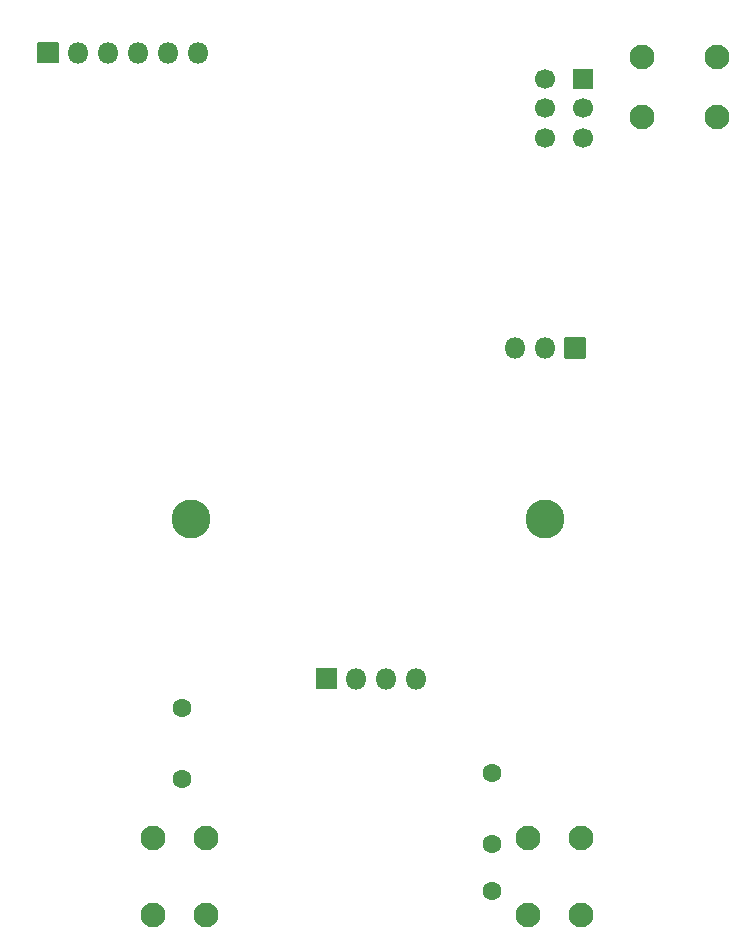
<source format=gbr>
%TF.GenerationSoftware,KiCad,Pcbnew,(5.1.7)-1*%
%TF.CreationDate,2020-10-27T19:53:13+01:00*%
%TF.ProjectId,Spytag,53707974-6167-42e6-9b69-6361645f7063,rev?*%
%TF.SameCoordinates,Original*%
%TF.FileFunction,Soldermask,Bot*%
%TF.FilePolarity,Negative*%
%FSLAX46Y46*%
G04 Gerber Fmt 4.6, Leading zero omitted, Abs format (unit mm)*
G04 Created by KiCad (PCBNEW (5.1.7)-1) date 2020-10-27 19:53:13*
%MOMM*%
%LPD*%
G01*
G04 APERTURE LIST*
%ADD10C,1.600000*%
%ADD11C,2.100000*%
%ADD12C,1.700000*%
%ADD13C,3.300000*%
%ADD14O,1.800000X1.800000*%
G04 APERTURE END LIST*
D10*
%TO.C,TP1*%
X139500000Y-131000000D03*
%TD*%
%TO.C,TP2*%
X139500000Y-137000000D03*
%TD*%
%TO.C,TP3*%
X139500000Y-141000000D03*
%TD*%
D11*
%TO.C,BT1*%
X152190000Y-75460000D03*
X158540000Y-75460000D03*
X158540000Y-70380000D03*
X152190000Y-70380000D03*
%TD*%
%TO.C,SW3*%
G36*
G01*
X146400000Y-71350000D02*
X148000000Y-71350000D01*
G75*
G02*
X148050000Y-71400000I0J-50000D01*
G01*
X148050000Y-73000000D01*
G75*
G02*
X148000000Y-73050000I-50000J0D01*
G01*
X146400000Y-73050000D01*
G75*
G02*
X146350000Y-73000000I0J50000D01*
G01*
X146350000Y-71400000D01*
G75*
G02*
X146400000Y-71350000I50000J0D01*
G01*
G37*
D12*
X147200000Y-74700000D03*
X147200000Y-77200000D03*
X144000000Y-72200000D03*
X144000000Y-74700000D03*
X144000000Y-77200000D03*
%TD*%
D13*
%TO.C,H1*%
X144000000Y-109500000D03*
%TD*%
%TO.C,H2*%
X114000000Y-109500000D03*
%TD*%
%TO.C,J1*%
G36*
G01*
X102730000Y-70900000D02*
X101030000Y-70900000D01*
G75*
G02*
X100980000Y-70850000I0J50000D01*
G01*
X100980000Y-69150000D01*
G75*
G02*
X101030000Y-69100000I50000J0D01*
G01*
X102730000Y-69100000D01*
G75*
G02*
X102780000Y-69150000I0J-50000D01*
G01*
X102780000Y-70850000D01*
G75*
G02*
X102730000Y-70900000I-50000J0D01*
G01*
G37*
D14*
X104420000Y-70000000D03*
X106960000Y-70000000D03*
X109500000Y-70000000D03*
X112040000Y-70000000D03*
X114580000Y-70000000D03*
%TD*%
%TO.C,J2*%
G36*
G01*
X126310000Y-123900000D02*
X124610000Y-123900000D01*
G75*
G02*
X124560000Y-123850000I0J50000D01*
G01*
X124560000Y-122150000D01*
G75*
G02*
X124610000Y-122100000I50000J0D01*
G01*
X126310000Y-122100000D01*
G75*
G02*
X126360000Y-122150000I0J-50000D01*
G01*
X126360000Y-123850000D01*
G75*
G02*
X126310000Y-123900000I-50000J0D01*
G01*
G37*
X128000000Y-123000000D03*
X130540000Y-123000000D03*
X133080000Y-123000000D03*
%TD*%
D11*
%TO.C,SW1*%
X110750000Y-136500000D03*
X115250000Y-136500000D03*
X110750000Y-143000000D03*
X115250000Y-143000000D03*
%TD*%
%TO.C,SW2*%
X142500000Y-136500000D03*
X147000000Y-136500000D03*
X142500000Y-143000000D03*
X147000000Y-143000000D03*
%TD*%
D10*
%TO.C,TP4*%
X113250000Y-125500000D03*
%TD*%
%TO.C,TP5*%
X113250000Y-131500000D03*
%TD*%
%TO.C,J3*%
G36*
G01*
X145650000Y-94100000D02*
X147350000Y-94100000D01*
G75*
G02*
X147400000Y-94150000I0J-50000D01*
G01*
X147400000Y-95850000D01*
G75*
G02*
X147350000Y-95900000I-50000J0D01*
G01*
X145650000Y-95900000D01*
G75*
G02*
X145600000Y-95850000I0J50000D01*
G01*
X145600000Y-94150000D01*
G75*
G02*
X145650000Y-94100000I50000J0D01*
G01*
G37*
D14*
X143960000Y-95000000D03*
X141420000Y-95000000D03*
%TD*%
M02*

</source>
